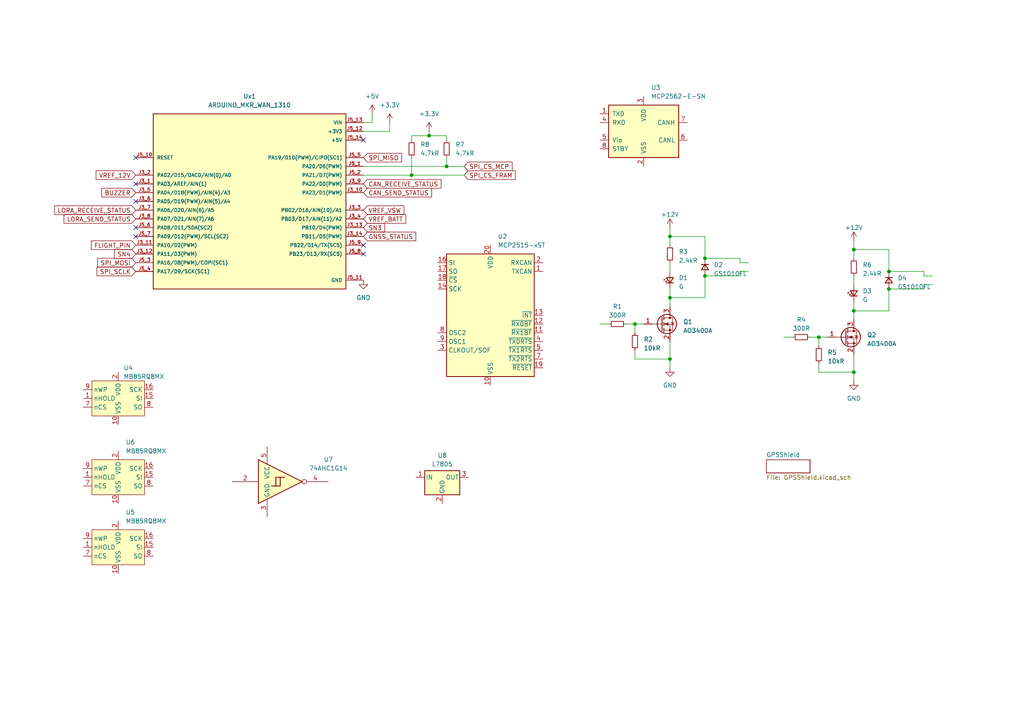
<source format=kicad_sch>
(kicad_sch (version 20250114) (generator "eeschema") (generator_version "9.0")
  (paper "A4")
  (lib_symbols
    (symbol "74xGxx:74AHC1G14"
      (property "Reference" "U" (at 0 3.81 0))
      (property "Value" "74AHC1G14" (at 0 -3.81 0))
      (symbol "74AHC1G14_0_1"
        (polyline (pts (xy -7.62 6.35) (xy -7.62 -6.35) (xy 5.08 0) (xy -7.62 6.35)) (stroke (width 0.254)) (fill (type background)))
      )
      (symbol "74AHC1G14_1_1"
        (polyline (pts (xy -3.81 -1.27) (xy -1.27 -1.27) (xy -1.27 1.27)) (stroke (width 0.254)))
        (polyline (pts (xy -2.54 -1.27) (xy -2.54 1.27) (xy 0 1.27)) (stroke (width 0.254)))
        (pin input line (at -15.24 0 0) (length 7.62) (name "~") (number "2"))
        (pin no_connect line (at -7.62 5.08 180) (length 5.08) (hide yes) (name "NC") (number "1"))
        (pin power_in line (at -5.08 10.16 270) (length 5.08) (name "VCC") (number "5"))
        (pin power_in line (at -5.08 -10.16 90) (length 5.08) (name "GND") (number "3"))
        (pin output inverted (at 12.7 0 180) (length 7.62) (name "~") (number "4"))
      )
    )
    (symbol "ARDUINO_MKR_WAN_1310:ARDUINO_MKR_WAN_1310" (pin_names (offset 1.016))
      (property "Reference" "U" (at -27.94 27.94 0))
      (property "Value" "ARDUINO_MKR_WAN_1310" (at -27.94 -27.94 0))
      (symbol "ARDUINO_MKR_WAN_1310_0_0"
        (rectangle (start -27.94 -25.4) (end 27.94 25.4) (stroke (width 0.254)) (fill (type background)))
        (pin input line (at -33.02 12.7 0) (length 5.08) (name "RESET") (number "J5_10"))
        (pin bidirectional line (at -33.02 7.62 0) (length 5.08) (name "PA02/D15/DAC0/AIN(0)/A0") (number "J3_2"))
        (pin bidirectional line (at -33.02 5.08 0) (length 5.08) (name "PA03/AREF/AIN(1)") (number "J3_1"))
        (pin bidirectional line (at -33.02 2.54 0) (length 5.08) (name "PA04/D18(PWM)/AIN(4)/A3") (number "J3_5"))
        (pin bidirectional line (at -33.02 0 0) (length 5.08) (name "PA05/D19(PWM)/AIN(5)/A4") (number "J3_6"))
        (pin bidirectional line (at -33.02 -2.54 0) (length 5.08) (name "PA06/D20/AIN(6)/A5") (number "J3_7"))
        (pin bidirectional line (at -33.02 -5.08 0) (length 5.08) (name "PA07/D21/AIN(7)/A6") (number "J3_8"))
        (pin bidirectional line (at -33.02 -7.62 0) (length 5.08) (name "PA08/D11/SDA(SC2)") (number "J5_6"))
        (pin bidirectional line (at -33.02 -10.16 0) (length 5.08) (name "PA09/D12(PWM)/SCL(SC2)") (number "J5_7"))
        (pin bidirectional line (at -33.02 -12.7 0) (length 5.08) (name "PA10/D2(PWM)") (number "J3_11"))
        (pin bidirectional line (at -33.02 -15.24 0) (length 5.08) (name "PA11/D3(PWM)") (number "J3_12"))
        (pin bidirectional line (at -33.02 -17.78 0) (length 5.08) (name "PA16/D8(PWM)/COPI(SC1)") (number "J5_3"))
        (pin bidirectional line (at -33.02 -20.32 0) (length 5.08) (name "PA17/D9/SCK(SC1)") (number "J5_4"))
        (pin power_in line (at 33.02 22.86 180) (length 5.08) (name "VIN") (number "J5_13"))
        (pin power_in line (at 33.02 20.32 180) (length 5.08) (name "+3V3") (number "J5_12"))
        (pin power_in line (at 33.02 17.78 180) (length 5.08) (name "+5V") (number "J5_14"))
        (pin bidirectional line (at 33.02 12.7 180) (length 5.08) (name "PA19/D10(PWM)/CIPO(SC1)") (number "J5_5"))
        (pin bidirectional line (at 33.02 10.16 180) (length 5.08) (name "PA20/D6(PWM)") (number "J5_1"))
        (pin bidirectional line (at 33.02 7.62 180) (length 5.08) (name "PA21/D7(PWM)") (number "J5_2"))
        (pin bidirectional line (at 33.02 5.08 180) (length 5.08) (name "PA22/D0(PWM)") (number "J3_9"))
        (pin bidirectional line (at 33.02 2.54 180) (length 5.08) (name "PA23/D1(PWM)") (number "J3_10"))
        (pin bidirectional line (at 33.02 -2.54 180) (length 5.08) (name "PB02/D16/AIN(10)/A1") (number "J3_3"))
        (pin bidirectional line (at 33.02 -5.08 180) (length 5.08) (name "PB03/D17/AIN(11)/A2") (number "J3_4"))
        (pin bidirectional line (at 33.02 -7.62 180) (length 5.08) (name "PB10/D4(PWM)") (number "J3_13"))
        (pin bidirectional line (at 33.02 -10.16 180) (length 5.08) (name "PB11/D5(PWM)") (number "J3_14"))
        (pin bidirectional line (at 33.02 -12.7 180) (length 5.08) (name "PB22/D14/TX(SC5)") (number "J5_9"))
        (pin bidirectional line (at 33.02 -15.24 180) (length 5.08) (name "PB23/D13/RX(SC5)") (number "J5_8"))
        (pin power_in line (at 33.02 -22.86 180) (length 5.08) (name "GND") (number "J5_11"))
      )
    )
    (symbol "Device:D_Small" (pin_numbers (hide yes)) (pin_names (offset 0.254) (hide yes))
      (property "Reference" "D" (at -1.27 2.032 0))
      (property "Value" "D_Small" (at -3.81 -2.032 0))
      (symbol "D_Small_0_1"
        (polyline (pts (xy -0.762 0) (xy 0.762 0)))
        (polyline (pts (xy -0.762 -1.016) (xy -0.762 1.016)) (stroke (width 0.254)))
        (polyline (pts (xy 0.762 -1.016) (xy -0.762 0) (xy 0.762 1.016) (xy 0.762 -1.016)) (stroke (width 0.254)))
      )
      (symbol "D_Small_1_1"
        (pin passive line (at -2.54 0 0) (length 1.778) (name "K") (number "1"))
        (pin passive line (at 2.54 0 180) (length 1.778) (name "A") (number "2"))
      )
    )
    (symbol "Device:LED_Small" (pin_numbers (hide yes)) (pin_names (offset 0.254) (hide yes))
      (property "Reference" "D" (at -1.27 3.175 0))
      (property "Value" "LED_Small" (at -4.445 -2.54 0))
      (symbol "LED_Small_0_1"
        (polyline (pts (xy -0.762 -1.016) (xy -0.762 1.016)) (stroke (width 0.254)))
        (polyline (pts (xy 0 0.762) (xy -0.508 1.27) (xy -0.254 1.27) (xy -0.508 1.27) (xy -0.508 1.016)))
        (polyline (pts (xy 0.508 1.27) (xy 0 1.778) (xy 0.254 1.778) (xy 0 1.778) (xy 0 1.524)))
        (polyline (pts (xy 0.762 -1.016) (xy -0.762 0) (xy 0.762 1.016) (xy 0.762 -1.016)) (stroke (width 0.254)))
        (polyline (pts (xy 1.016 0) (xy -0.762 0)))
      )
      (symbol "LED_Small_1_1"
        (pin passive line (at -2.54 0 0) (length 1.778) (name "K") (number "1"))
        (pin passive line (at 2.54 0 180) (length 1.778) (name "A") (number "2"))
      )
    )
    (symbol "Device:R_Small" (pin_numbers (hide yes)) (pin_names (offset 0.254) (hide yes))
      (property "Reference" "R" (at 0.762 0.508 0))
      (property "Value" "R_Small" (at 0.762 -1.016 0))
      (symbol "R_Small_0_1"
        (rectangle (start -0.762 1.778) (end 0.762 -1.778) (stroke (width 0.2032)))
      )
      (symbol "R_Small_1_1"
        (pin passive line (at 0 2.54 270) (length 0.762) (name "~") (number "1"))
        (pin passive line (at 0 -2.54 90) (length 0.762) (name "~") (number "2"))
      )
    )
    (symbol "GND_1" (power) (pin_numbers (hide yes)) (pin_names (offset 0) (hide yes))
      (property "Value" "GND" (at 0 -3.81 0))
      (symbol "GND_1_0_1"
        (polyline (pts (xy 0 0) (xy 0 -1.27) (xy 1.27 -1.27) (xy 0 -2.54) (xy -1.27 -1.27) (xy 0 -1.27)))
      )
      (symbol "GND_1_1_1"
        (pin power_in line (at 0 0 270) (length 0) (name "~") (number "1"))
      )
    )
    (symbol "GND_2" (power) (pin_numbers (hide yes)) (pin_names (offset 0) (hide yes))
      (property "Value" "GND" (at 0 -3.81 0))
      (symbol "GND_2_0_1"
        (polyline (pts (xy 0 0) (xy 0 -1.27) (xy 1.27 -1.27) (xy 0 -2.54) (xy -1.27 -1.27) (xy 0 -1.27)))
      )
      (symbol "GND_2_1_1"
        (pin power_in line (at 0 0 270) (length 0) (name "~") (number "1"))
      )
    )
    (symbol "Interface_CAN_LIN:MCP2515-xST"
      (property "Reference" "U" (at -10.16 19.685 0))
      (property "Value" "MCP2515-xST" (at 19.05 20.32 0))
      (symbol "MCP2515-xST_0_1"
        (rectangle (start -12.7 17.78) (end 12.7 -17.78) (stroke (width 0.254)) (fill (type background)))
      )
      (symbol "MCP2515-xST_1_1"
        (pin input line (at -15.24 15.24 0) (length 2.54) (name "SI") (number "16"))
        (pin output line (at -15.24 12.7 0) (length 2.54) (name "SO") (number "17"))
        (pin input line (at -15.24 10.16 0) (length 2.54) (name "~{CS}") (number "18"))
        (pin input line (at -15.24 7.62 0) (length 2.54) (name "SCK") (number "14"))
        (pin output line (at -15.24 -5.08 0) (length 2.54) (name "OSC2") (number "8"))
        (pin input line (at -15.24 -7.62 0) (length 2.54) (name "OSC1") (number "9"))
        (pin output line (at -15.24 -10.16 0) (length 2.54) (name "CLKOUT/SOF") (number "3"))
        (pin no_connect line (at -12.7 0 0) (length 2.54) (hide yes) (name "NC") (number "6"))
        (pin no_connect line (at -12.7 -2.54 0) (length 2.54) (hide yes) (name "NC") (number "15"))
        (pin power_in line (at 0 20.32 270) (length 2.54) (name "VDD") (number "20"))
        (pin power_in line (at 0 -20.32 90) (length 2.54) (name "VSS") (number "10"))
        (pin input line (at 15.24 15.24 180) (length 2.54) (name "RXCAN") (number "2"))
        (pin output line (at 15.24 12.7 180) (length 2.54) (name "TXCAN") (number "1"))
        (pin output line (at 15.24 0 180) (length 2.54) (name "~{INT}") (number "13"))
        (pin output line (at 15.24 -2.54 180) (length 2.54) (name "~{RX0BF}") (number "12"))
        (pin output line (at 15.24 -5.08 180) (length 2.54) (name "~{RX1BF}") (number "11"))
        (pin input line (at 15.24 -7.62 180) (length 2.54) (name "~{TX0RTS}") (number "4"))
        (pin input line (at 15.24 -10.16 180) (length 2.54) (name "~{TX1RTS}") (number "5"))
        (pin input line (at 15.24 -12.7 180) (length 2.54) (name "~{TX2RTS}") (number "7"))
        (pin input line (at 15.24 -15.24 180) (length 2.54) (name "~{RESET}") (number "19"))
      )
    )
    (symbol "Interface_CAN_LIN:MCP2562-E-SN" (pin_names (offset 1.016))
      (property "Reference" "U" (at -10.16 8.89 0))
      (property "Value" "MCP2562-E-SN" (at 2.54 8.89 0))
      (symbol "MCP2562-E-SN_0_1"
        (rectangle (start -10.16 7.62) (end 10.16 -7.62) (stroke (width 0.254)) (fill (type background)))
      )
      (symbol "MCP2562-E-SN_1_1"
        (pin input line (at -12.7 5.08 0) (length 2.54) (name "TXD") (number "1"))
        (pin output line (at -12.7 2.54 0) (length 2.54) (name "RXD") (number "4"))
        (pin power_in line (at -12.7 -2.54 0) (length 2.54) (name "Vio") (number "5"))
        (pin input line (at -12.7 -5.08 0) (length 2.54) (name "STBY") (number "8"))
        (pin power_in line (at 0 10.16 270) (length 2.54) (name "VDD") (number "3"))
        (pin power_in line (at 0 -10.16 90) (length 2.54) (name "VSS") (number "2"))
        (pin bidirectional line (at 12.7 2.54 180) (length 2.54) (name "CANH") (number "7"))
        (pin bidirectional line (at 12.7 -2.54 180) (length 2.54) (name "CANL") (number "6"))
      )
    )
    (symbol "Memory_NVRAM:MB85RQ8MX"
      (property "Reference" "U4" (at 9.144 3.81 0))
      (property "Value" "MB85RQ8MX" (at 9.144 1.27 0))
      (symbol "MB85RQ8MX_1_1"
        (rectangle (start 0 0) (end 15.24 -10.16) (fill (type background)))
        (pin input line (at -2.54 -2.54 0) (length 2.54) (name "nWP") (number "9"))
        (pin input line (at -2.54 -5.08 0) (length 2.54) (name "nHOLD") (number "1"))
        (pin input line (at -2.54 -7.62 0) (length 2.54) (name "nCS") (number "7"))
        (pin power_in line (at 7.62 2.54 270) (length 2.54) (name "VDD") (number "2"))
        (pin power_in line (at 7.62 -12.7 90) (length 2.54) (name "VSS") (number "10"))
        (pin input line (at 17.78 -2.54 180) (length 2.54) (name "SCK") (number "16"))
        (pin input line (at 17.78 -5.08 180) (length 2.54) (name "SI") (number "15"))
        (pin output line (at 17.78 -7.62 180) (length 2.54) (name "SO") (number "8"))
      )
    )
    (symbol "Regulator_Linear:L7805" (pin_names (offset 0.254))
      (property "Reference" "U" (at -3.81 3.175 0))
      (property "Value" "L7805" (at 0 3.175 0))
      (symbol "L7805_0_1"
        (rectangle (start -5.08 1.905) (end 5.08 -5.08) (stroke (width 0.254)) (fill (type background)))
      )
      (symbol "L7805_1_1"
        (pin power_in line (at -7.62 0 0) (length 2.54) (name "IN") (number "1"))
        (pin power_in line (at 0 -7.62 90) (length 2.54) (name "GND") (number "2"))
        (pin power_out line (at 7.62 0 180) (length 2.54) (name "OUT") (number "3"))
      )
    )
    (symbol "TSRP_IC:MB85RQ8MX"
      (property "Reference" "U4" (at 9.144 3.81 0))
      (property "Value" "MB85RQ8MX" (at 9.144 1.27 0))
      (symbol "MB85RQ8MX_1_1"
        (rectangle (start 0 0) (end 15.24 -10.16) (fill (type background)))
        (pin input line (at -2.54 -2.54 0) (length 2.54) (name "nWP") (number "9"))
        (pin input line (at -2.54 -5.08 0) (length 2.54) (name "nHOLD") (number "1"))
        (pin input line (at -2.54 -7.62 0) (length 2.54) (name "nCS") (number "7"))
        (pin power_in line (at 7.62 2.54 270) (length 2.54) (name "VDD") (number "2"))
        (pin power_in line (at 7.62 -12.7 90) (length 2.54) (name "VSS") (number "10"))
        (pin input line (at 17.78 -2.54 180) (length 2.54) (name "SCK") (number "16"))
        (pin input line (at 17.78 -5.08 180) (length 2.54) (name "SI") (number "15"))
        (pin output line (at 17.78 -7.62 180) (length 2.54) (name "SO") (number "8"))
      )
    )
    (symbol "Transistor_FET:AO3400A" (pin_names (hide yes))
      (property "Reference" "Q" (at 5.08 1.905 0))
      (property "Value" "AO3400A" (at 5.08 0 0))
      (symbol "AO3400A_0_1"
        (polyline (pts (xy 0.254 1.905) (xy 0.254 -1.905)) (stroke (width 0.254)))
        (polyline (pts (xy 0.254 0) (xy -2.54 0)))
        (polyline (pts (xy 0.762 2.286) (xy 0.762 1.27)) (stroke (width 0.254)))
        (polyline (pts (xy 0.762 0.508) (xy 0.762 -0.508)) (stroke (width 0.254)))
        (polyline (pts (xy 0.762 -1.27) (xy 0.762 -2.286)) (stroke (width 0.254)))
        (polyline (pts (xy 0.762 -1.778) (xy 3.302 -1.778) (xy 3.302 1.778) (xy 0.762 1.778)))
        (polyline (pts (xy 1.016 0) (xy 2.032 0.381) (xy 2.032 -0.381) (xy 1.016 0)) (fill (type outline)))
        (circle (center 1.651 0) (radius 2.794) (stroke (width 0.254)))
        (polyline (pts (xy 2.54 2.54) (xy 2.54 1.778)))
        (circle (center 2.54 1.778) (radius 0.254) (fill (type outline)))
        (circle (center 2.54 -1.778) (radius 0.254) (fill (type outline)))
        (polyline (pts (xy 2.54 -2.54) (xy 2.54 0) (xy 0.762 0)))
        (polyline (pts (xy 2.794 0.508) (xy 2.921 0.381) (xy 3.683 0.381) (xy 3.81 0.254)))
        (polyline (pts (xy 3.302 0.381) (xy 2.921 -0.254) (xy 3.683 -0.254) (xy 3.302 0.381)))
      )
      (symbol "AO3400A_1_1"
        (pin input line (at -5.08 0 0) (length 2.54) (name "G") (number "1"))
        (pin passive line (at 2.54 5.08 270) (length 2.54) (name "D") (number "3"))
        (pin passive line (at 2.54 -5.08 90) (length 2.54) (name "S") (number "2"))
      )
    )
    (symbol "power:+12V" (power) (pin_names (offset 0))
      (property "Value" "+12V" (at 0 3.556 0))
      (symbol "+12V_0_1"
        (polyline (pts (xy -0.762 1.27) (xy 0 2.54)))
        (polyline (pts (xy 0 2.54) (xy 0.762 1.27)))
        (polyline (pts (xy 0 0) (xy 0 2.54)))
      )
      (symbol "+12V_1_1"
        (pin power_in line (at 0 0 90) (length 0) (hide yes) (name "+12V") (number "1"))
      )
    )
    (symbol "power:+3.3V" (power) (pin_numbers (hide yes)) (pin_names (offset 0) (hide yes))
      (property "Value" "+3.3V" (at 0 3.556 0))
      (symbol "+3.3V_0_1"
        (polyline (pts (xy -0.762 1.27) (xy 0 2.54)))
        (polyline (pts (xy 0 2.54) (xy 0.762 1.27)))
        (polyline (pts (xy 0 0) (xy 0 2.54)))
      )
      (symbol "+3.3V_1_1"
        (pin power_in line (at 0 0 90) (length 0) (name "~") (number "1"))
      )
    )
    (symbol "power:+5V" (power) (pin_numbers (hide yes)) (pin_names (offset 0) (hide yes))
      (property "Value" "+5V" (at 0 3.556 0))
      (symbol "+5V_0_1"
        (polyline (pts (xy -0.762 1.27) (xy 0 2.54)))
        (polyline (pts (xy 0 2.54) (xy 0.762 1.27)))
        (polyline (pts (xy 0 0) (xy 0 2.54)))
      )
      (symbol "+5V_1_1"
        (pin power_in line (at 0 0 90) (length 0) (name "~") (number "1"))
      )
    )
    (symbol "power:GND" (power) (pin_names (offset 0))
      (property "Value" "GND" (at 0 -3.81 0))
      (symbol "GND_0_1"
        (polyline (pts (xy 0 0) (xy 0 -1.27) (xy 1.27 -1.27) (xy 0 -2.54) (xy -1.27 -1.27) (xy 0 -1.27)))
      )
      (symbol "GND_1_1"
        (pin power_in line (at 0 0 270) (length 0) (hide yes) (name "GND") (number "1"))
      )
    )
  )
  (junction (at 257.81 78.74))
  (junction (at 247.65 107.95))
  (junction (at 194.31 68.58))
  (junction (at 204.47 80.01))
  (junction (at 204.47 74.93))
  (junction (at 257.81 83.82))
  (junction (at 237.49 97.79))
  (junction (at 247.65 72.39))
  (junction (at 129.54 48.26))
  (junction (at 247.65 90.17))
  (junction (at 184.15 93.98))
  (junction (at 124.46 39.37))
  (junction (at 119.38 50.8))
  (junction (at 194.31 86.36))
  (junction (at 194.31 104.14))
  (no_connect (at 105.41 71.12))
  (no_connect (at 39.37 45.72))
  (no_connect (at 39.37 53.34))
  (no_connect (at 105.41 40.64))
  (no_connect (at 39.37 58.42))
  (no_connect (at 105.41 73.66))
  (no_connect (at 39.37 66.04))
  (no_connect (at 39.37 68.58))
  (wire (pts (xy 181.61 93.98) (xy 184.15 93.98)))
  (wire (pts (xy 247.65 72.39) (xy 247.65 74.93)))
  (wire (pts (xy 105.41 38.1) (xy 113.03 38.1)))
  (wire (pts (xy 194.31 68.58) (xy 204.47 68.58)))
  (wire (pts (xy 194.31 66.04) (xy 194.31 68.58)))
  (wire (pts (xy 214.63 76.2) (xy 217.17 76.2)))
  (wire (pts (xy 129.54 45.72) (xy 129.54 48.26)))
  (wire (pts (xy 124.46 39.37) (xy 129.54 39.37)))
  (wire (pts (xy 257.81 83.82) (xy 257.81 90.17)))
  (wire (pts (xy 214.63 74.93) (xy 214.63 76.2)))
  (wire (pts (xy 257.81 72.39) (xy 257.81 78.74)))
  (wire (pts (xy 119.38 50.8) (xy 134.62 50.8)))
  (wire (pts (xy 237.49 100.33) (xy 237.49 97.79)))
  (wire (pts (xy 194.31 99.06) (xy 194.31 104.14)))
  (wire (pts (xy 184.15 96.52) (xy 184.15 93.98)))
  (wire (pts (xy 247.65 69.85) (xy 247.65 72.39)))
  (wire (pts (xy 247.65 80.01) (xy 247.65 82.55)))
  (wire (pts (xy 234.95 97.79) (xy 237.49 97.79)))
  (wire (pts (xy 105.41 35.56) (xy 107.95 35.56)))
  (wire (pts (xy 194.31 106.68) (xy 194.31 104.14)))
  (wire (pts (xy 227.33 97.79) (xy 229.87 97.79)))
  (wire (pts (xy 237.49 97.79) (xy 240.03 97.79)))
  (wire (pts (xy 194.31 86.36) (xy 194.31 88.9)))
  (wire (pts (xy 124.46 38.1) (xy 124.46 39.37)))
  (wire (pts (xy 129.54 39.37) (xy 129.54 40.64)))
  (wire (pts (xy 107.95 33.02) (xy 107.95 35.56)))
  (wire (pts (xy 173.99 93.98) (xy 176.53 93.98)))
  (wire (pts (xy 247.65 72.39) (xy 257.81 72.39)))
  (wire (pts (xy 214.63 78.74) (xy 217.17 78.74)))
  (wire (pts (xy 119.38 40.64) (xy 119.38 39.37)))
  (wire (pts (xy 129.54 48.26) (xy 134.62 48.26)))
  (wire (pts (xy 194.31 76.2) (xy 194.31 78.74)))
  (wire (pts (xy 105.41 50.8) (xy 119.38 50.8)))
  (wire (pts (xy 119.38 39.37) (xy 124.46 39.37)))
  (wire (pts (xy 247.65 87.63) (xy 247.65 90.17)))
  (wire (pts (xy 204.47 68.58) (xy 204.47 74.93)))
  (wire (pts (xy 267.97 83.82) (xy 267.97 82.55)))
  (wire (pts (xy 214.63 80.01) (xy 204.47 80.01)))
  (wire (pts (xy 113.03 35.56) (xy 113.03 38.1)))
  (wire (pts (xy 257.81 78.74) (xy 267.97 78.74)))
  (wire (pts (xy 267.97 82.55) (xy 270.51 82.55)))
  (wire (pts (xy 267.97 78.74) (xy 267.97 80.01)))
  (wire (pts (xy 247.65 90.17) (xy 257.81 90.17)))
  (wire (pts (xy 184.15 93.98) (xy 186.69 93.98)))
  (wire (pts (xy 237.49 105.41) (xy 237.49 107.95)))
  (wire (pts (xy 194.31 83.82) (xy 194.31 86.36)))
  (wire (pts (xy 247.65 102.87) (xy 247.65 107.95)))
  (wire (pts (xy 184.15 104.14) (xy 194.31 104.14)))
  (wire (pts (xy 194.31 86.36) (xy 204.47 86.36)))
  (wire (pts (xy 247.65 90.17) (xy 247.65 92.71)))
  (wire (pts (xy 204.47 80.01) (xy 204.47 86.36)))
  (wire (pts (xy 247.65 110.49) (xy 247.65 107.95)))
  (wire (pts (xy 119.38 45.72) (xy 119.38 50.8)))
  (wire (pts (xy 237.49 107.95) (xy 247.65 107.95)))
  (wire (pts (xy 267.97 83.82) (xy 257.81 83.82)))
  (wire (pts (xy 184.15 101.6) (xy 184.15 104.14)))
  (wire (pts (xy 194.31 68.58) (xy 194.31 71.12)))
  (wire (pts (xy 204.47 74.93) (xy 214.63 74.93)))
  (wire (pts (xy 105.41 48.26) (xy 129.54 48.26)))
  (wire (pts (xy 267.97 80.01) (xy 270.51 80.01)))
  (wire (pts (xy 214.63 80.01) (xy 214.63 78.74)))
  (global_label "SPI_MISO" (shape input) (at 105.41 45.72 0) (property "Intersheetrefs" "${INTERSHEET_REFS}" (effects (hide yes))))
  (global_label "VREF_VSW" (shape input) (at 105.41 60.96 0) (property "Intersheetrefs" "${INTERSHEET_REFS}" (effects (hide yes))))
  (global_label "LORA_SEND_STATUS" (shape input) (at 39.37 63.5 180) (property "Intersheetrefs" "${INTERSHEET_REFS}" (effects (hide yes))))
  (global_label "FLIGHT_PIN" (shape input) (at 39.37 71.12 180) (property "Intersheetrefs" "${INTERSHEET_REFS}" (effects (hide yes))))
  (global_label "SPI_SCLK" (shape input) (at 39.37 78.74 180) (property "Intersheetrefs" "${INTERSHEET_REFS}" (effects (hide yes))))
  (global_label "SPI_CS_MCP" (shape input) (at 134.62 48.26 0) (property "Intersheetrefs" "${INTERSHEET_REFS}" (effects (hide yes))))
  (global_label "SPI_MOSI" (shape input) (at 39.37 76.2 180) (property "Intersheetrefs" "${INTERSHEET_REFS}" (effects (hide yes))))
  (global_label "SN4" (shape input) (at 39.37 73.66 180) (property "Intersheetrefs" "${INTERSHEET_REFS}" (effects (hide yes))))
  (global_label "CAN_RECEIVE_STATUS" (shape input) (at 105.41 53.34 0) (property "Intersheetrefs" "${INTERSHEET_REFS}" (effects (hide yes))))
  (global_label "CAN_SEND_STATUS" (shape input) (at 105.41 55.88 0) (property "Intersheetrefs" "${INTERSHEET_REFS}" (effects (hide yes))))
  (global_label "VREF_BATT" (shape input) (at 105.41 63.5 0) (property "Intersheetrefs" "${INTERSHEET_REFS}" (effects (hide yes))))
  (global_label "SPI_CS_FRAM" (shape input) (at 134.62 50.8 0) (property "Intersheetrefs" "${INTERSHEET_REFS}" (effects (hide yes))))
  (global_label "GNSS_STATUS" (shape input) (at 105.41 68.58 0) (property "Intersheetrefs" "${INTERSHEET_REFS}" (effects (hide yes))))
  (global_label "LORA_RECEIVE_STATUS" (shape input) (at 39.37 60.96 180) (property "Intersheetrefs" "${INTERSHEET_REFS}" (effects (hide yes))))
  (global_label "BUZZER" (shape input) (at 39.37 55.88 180) (property "Intersheetrefs" "${INTERSHEET_REFS}" (effects (hide yes))))
  (global_label "SN3" (shape input) (at 105.41 66.04 0) (property "Intersheetrefs" "${INTERSHEET_REFS}" (effects (hide yes))))
  (global_label "VREF_12V" (shape input) (at 39.37 50.8 180) (property "Intersheetrefs" "${INTERSHEET_REFS}" (effects (hide yes))))
  (symbol (lib_name "GND_2") (lib_id "power:GND") (at 105.41 81.28 0) (unit 1)
    (property "Reference" "#PWR07" (effects (hide yes)))
    (property "Value" "GND" (at 105.41 86.36 0))
    (property "Description" "Power symbol creates a global label with name \"GND\" , ground" (effects (hide yes)))
  )
  (symbol (lib_id "Device:LED_Small") (at 247.65 85.09 90) (unit 1)
    (property "Reference" "D3" (at 250.19 84.3915 90) (effects (justify right)))
    (property "Value" "G" (at 250.19 86.9315 90) (effects (justify right)))
    (property "Footprint" "LED_SMD:LED_0603_1608Metric_Pad1.05x0.95mm_HandSolder" (effects (hide yes)))
    (property "Datasheet" "https://akizukidenshi.com/catalog/g/gI-06417/" (effects (hide yes)))
  )
  (symbol (lib_id "Interface_CAN_LIN:MCP2562-E-SN") (at 186.69 38.1 0) (unit 1)
    (property "Reference" "U3" (at 188.8333 25.4 0) (effects (justify left)))
    (property "Value" "MCP2562-E-SN" (at 188.8333 27.94 0) (effects (justify left)))
    (property "Footprint" "Package_SO:SOIC-8_3.9x4.9mm_P1.27mm" (effects (hide yes)))
    (property "Datasheet" "http://ww1.microchip.com/downloads/en/DeviceDoc/25167A.pdf" (effects (hide yes)))
    (property "Description" "High-Speed CAN Transceiver, 1Mbps, 5V supply, Vio pin, -40C to +125C, SOIC-8" (effects (hide yes)))
  )
  (symbol (lib_id "Interface_CAN_LIN:MCP2515-xST") (at 142.24 91.44 0) (unit 1)
    (property "Reference" "U2" (at 144.3833 68.58 0) (effects (justify left)))
    (property "Value" "MCP2515-xST" (at 144.3833 71.12 0) (effects (justify left)))
    (property "Footprint" "Package_SO:TSSOP-20_4.4x6.5mm_P0.65mm" (effects (hide yes)))
    (property "Datasheet" "http://ww1.microchip.com/downloads/en/DeviceDoc/21801e.pdf" (effects (hide yes)))
    (property "Description" "Stand-Alone CAN Controller with SPI Interface, TSSOP-20" (effects (hide yes)))
  )
  (symbol (lib_id "Device:R_Small") (at 129.54 43.18 0) (unit 1)
    (property "Reference" "R7" (at 132.08 41.9099 0) (effects (justify left)))
    (property "Value" "4.7kR" (at 132.08 44.4499 0) (effects (justify left)))
    (property "Description" "Resistor, small symbol" (effects (hide yes)))
  )
  (symbol (lib_id "Device:R_Small") (at 184.15 99.06 180) (unit 1)
    (property "Reference" "R2" (at 186.69 98.425 0) (effects (justify right)))
    (property "Value" "10kR" (at 186.69 100.965 0) (effects (justify right)))
    (property "Footprint" "Resistor_SMD:R_0603_1608Metric_Pad0.98x0.95mm_HandSolder" (effects (hide yes)))
    (property "Datasheet" "https://www.chip1stop.com/view/dispDetail/DispDetail?partId=ROHM-0021098" (effects (hide yes)))
  )
  (symbol (lib_id "Transistor_FET:AO3400A") (at 245.11 97.79 0) (unit 1)
    (property "Reference" "Q2" (at 251.46 97.155 0) (effects (justify left)))
    (property "Value" "AO3400A" (at 251.46 99.695 0) (effects (justify left)))
    (property "Footprint" "Package_TO_SOT_SMD:SOT-23" (effects (hide yes)))
    (property "Datasheet" "https://akizukidenshi.com/catalog/g/gI-14653/" (effects (hide yes)))
  )
  (symbol (lib_id "Device:R_Small") (at 194.31 73.66 0) (unit 1)
    (property "Reference" "R3" (at 196.85 73.025 0) (effects (justify left)))
    (property "Value" "2.4kR" (at 196.85 75.565 0) (effects (justify left)))
    (property "Footprint" "Resistor_SMD:R_0603_1608Metric_Pad0.98x0.95mm_HandSolder" (effects (hide yes)))
    (property "Datasheet" "https://akizukidenshi.com/catalog/g/gI-03978/" (effects (hide yes)))
  )
  (symbol (lib_id "Memory_NVRAM:MB85RQ8MX") (at 26.67 110.49 0) (unit 1)
    (property "Reference" "U4" (at 35.814 106.68 0) (effects (justify left)))
    (property "Value" "MB85RQ8MX" (at 35.814 109.22 0) (effects (justify left)))
    (property "Footprint" "Package_SO:SOIC-16W_7.5x10.3mm_P1.27mm" (effects (hide yes)))
  )
  (symbol (lib_id "power:GND") (at 194.31 106.68 0) (mirror y) (unit 1)
    (property "Reference" "#PWR02" (effects (hide yes)))
    (property "Value" "GND" (at 194.31 111.76 0))
  )
  (symbol (lib_id "74xGxx:74AHC1G14") (at 82.55 139.7 0) (unit 1)
    (property "Reference" "U7" (at 95.25 133.2798 0))
    (property "Value" "74AHC1G14" (at 95.25 135.8198 0))
    (property "Datasheet" "https://www.ti.com/lit/ds/symlink/sn74lvc1g14.pdf" (effects (hide yes)))
    (property "Description" "Single Schmitt NOT Gate, Low-Voltage CMOS" (effects (hide yes)))
  )
  (symbol (lib_id "power:+12V") (at 194.31 66.04 0) (unit 1)
    (property "Reference" "#PWR01" (effects (hide yes)))
    (property "Value" "+12V" (at 194.31 62.23 0))
  )
  (symbol (lib_id "power:+3.3V") (at 113.03 35.56 0) (unit 1)
    (property "Reference" "#PWR06" (effects (hide yes)))
    (property "Value" "+3.3V" (at 113.03 30.48 0))
    (property "Description" "Power symbol creates a global label with name \"+3.3V\"" (effects (hide yes)))
  )
  (symbol (lib_id "Device:R_Small") (at 119.38 43.18 0) (unit 1)
    (property "Reference" "R8" (at 121.92 41.9099 0) (effects (justify left)))
    (property "Value" "4.7kR" (at 121.92 44.4499 0) (effects (justify left)))
    (property "Description" "Resistor, small symbol" (effects (hide yes)))
  )
  (symbol (lib_id "TSRP_IC:MB85RQ8MX") (at 26.67 153.67 0) (unit 1)
    (property "Reference" "U5" (at 36.4333 148.59 0) (effects (justify left)))
    (property "Value" "MB85RQ8MX" (at 36.4333 151.13 0) (effects (justify left)))
    (property "Footprint" "Package_SO:SOIC-16W_7.5x10.3mm_P1.27mm" (effects (hide yes)))
  )
  (symbol (lib_id "power:+3.3V") (at 124.46 38.1 0) (unit 1)
    (property "Reference" "#PWR08" (effects (hide yes)))
    (property "Value" "+3.3V" (at 124.46 33.02 0))
    (property "Description" "Power symbol creates a global label with name \"+3.3V\"" (effects (hide yes)))
  )
  (symbol (lib_id "Device:R_Small") (at 237.49 102.87 180) (unit 1)
    (property "Reference" "R5" (at 240.03 102.235 0) (effects (justify right)))
    (property "Value" "10kR" (at 240.03 104.775 0) (effects (justify right)))
    (property "Footprint" "Resistor_SMD:R_0603_1608Metric_Pad0.98x0.95mm_HandSolder" (effects (hide yes)))
    (property "Datasheet" "https://www.chip1stop.com/view/dispDetail/DispDetail?partId=ROHM-0021098" (effects (hide yes)))
  )
  (symbol (lib_name "GND_1") (lib_id "power:GND") (at 247.65 110.49 0) (unit 1)
    (property "Reference" "#PWR04" (effects (hide yes)))
    (property "Value" "GND" (at 247.65 115.57 0))
    (property "Description" "Power symbol creates a global label with name \"GND\" , ground" (effects (hide yes)))
  )
  (symbol (lib_id "Device:R_Small") (at 179.07 93.98 90) (unit 1)
    (property "Reference" "R1" (at 179.07 88.9 90))
    (property "Value" "300R" (at 179.07 91.44 90))
    (property "Footprint" "Resistor_SMD:R_0603_1608Metric_Pad0.98x0.95mm_HandSolder" (effects (hide yes)))
    (property "Datasheet" "https://www.chip1stop.com/view/dispDetail/DispDetail?partId=ROHM-0040146" (effects (hide yes)))
  )
  (symbol (lib_id "power:+5V") (at 107.95 33.02 0) (unit 1)
    (property "Reference" "#PWR05" (effects (hide yes)))
    (property "Value" "+5V" (at 107.95 27.94 0))
    (property "Description" "Power symbol creates a global label with name \"+5V\"" (effects (hide yes)))
  )
  (symbol (lib_id "Transistor_FET:AO3400A") (at 191.77 93.98 0) (unit 1)
    (property "Reference" "Q1" (at 198.12 93.345 0) (effects (justify left)))
    (property "Value" "AO3400A" (at 198.12 95.885 0) (effects (justify left)))
    (property "Footprint" "Package_TO_SOT_SMD:SOT-23" (effects (hide yes)))
    (property "Datasheet" "https://akizukidenshi.com/catalog/g/gI-14653/" (effects (hide yes)))
  )
  (symbol (lib_id "Device:R_Small") (at 247.65 77.47 0) (unit 1)
    (property "Reference" "R6" (at 250.19 76.835 0) (effects (justify left)))
    (property "Value" "2.4kR" (at 250.19 79.375 0) (effects (justify left)))
    (property "Footprint" "Resistor_SMD:R_0603_1608Metric_Pad0.98x0.95mm_HandSolder" (effects (hide yes)))
    (property "Datasheet" "https://akizukidenshi.com/catalog/g/gI-03978/" (effects (hide yes)))
  )
  (symbol (lib_id "Regulator_Linear:L7805") (at 128.27 138.43 0) (unit 1)
    (property "Reference" "U8" (at 128.27 132.08 0))
    (property "Value" "L7805" (at 128.27 134.62 0))
    (property "Datasheet" "http://www.st.com/content/ccc/resource/technical/document/datasheet/41/4f/b3/b0/12/d4/47/88/CD00000444.pdf/files/CD00000444.pdf/jcr:content/translations/en.CD00000444.pdf" (effects (hide yes)))
    (property "Description" "Positive 1.5A 35V Linear Regulator, Fixed Output 5V, TO-220/TO-263/TO-252" (effects (hide yes)))
  )
  (symbol (lib_id "power:+12V") (at 247.65 69.85 0) (unit 1)
    (property "Reference" "#PWR03" (effects (hide yes)))
    (property "Value" "+12V" (at 247.65 66.04 0))
  )
  (symbol (lib_id "TSRP_IC:MB85RQ8MX") (at 26.67 133.35 0) (unit 1)
    (property "Reference" "U6" (at 36.4333 128.27 0) (effects (justify left)))
    (property "Value" "MB85RQ8MX" (at 36.4333 130.81 0) (effects (justify left)))
    (property "Footprint" "Package_SO:SOIC-16W_7.5x10.3mm_P1.27mm" (effects (hide yes)))
  )
  (symbol (lib_id "Device:D_Small") (at 204.47 77.47 270) (unit 1)
    (property "Reference" "D2" (at 207.01 76.835 90) (effects (justify left)))
    (property "Value" "GS1010FL" (at 207.01 79.375 90) (effects (justify left)))
    (property "Footprint" "Diode_SMD:D_SOD-123F" (effects (hide yes)))
    (property "Datasheet" "https://akizukidenshi.com/catalog/g/gI-06014/" (effects (hide yes)))
    (property "Sim.Device" "D" (effects (hide yes)))
    (property "Sim.Pins" "1=K 2=A" (effects (hide yes)))
  )
  (symbol (lib_id "ARDUINO_MKR_WAN_1310:ARDUINO_MKR_WAN_1310") (at 72.39 58.42 0) (unit 1)
    (property "Reference" "Ux1" (at 72.39 27.94 0))
    (property "Value" "ARDUINO_MKR_WAN_1310" (at 72.39 30.48 0))
    (property "Footprint" "ARDUINO_MKR_WAN_1310:BOARD_ARDUINO_MKR_WAN_1310" (effects (hide yes)))
    (property "MF" "Arduino" (effects (hide yes)))
    (property "MAXIMUM_PACKAGE_HEIGHT" "1.90mm" (effects (hide yes)))
    (property "Package" "None" (effects (hide yes)))
    (property "Price" "None" (effects (hide yes)))
    (property "Check_prices" "https://www.snapeda.com/parts/ARDUINOMKRWAN1310/Arduino/view-part/?ref=eda" (effects (hide yes)))
    (property "STANDARD" "Manufacturer Recommendations" (effects (hide yes)))
    (property "PARTREV" "06/27/2019" (effects (hide yes)))
    (property "SnapEDA_Link" "https://www.snapeda.com/parts/ARDUINOMKRWAN1310/Arduino/view-part/?ref=snap" (effects (hide yes)))
    (property "MP" "ARDUINOMKRWAN1310" (effects (hide yes)))
    (property "Description_1" "Arduino Pro; LoRa; SAM D21; 5VDC; Flash: 256kB; SRAM: 32kB" (effects (hide yes)))
    (property "SNAPEDA_PN" "ARDUINO MKR WAN 1310" (effects (hide yes)))
    (property "Availability" "Not in stock" (effects (hide yes)))
    (property "MANUFACTURER" "Arduino" (effects (hide yes)))
  )
  (symbol (lib_id "Device:LED_Small") (at 194.31 81.28 90) (unit 1)
    (property "Reference" "D1" (at 196.85 80.5815 90) (effects (justify right)))
    (property "Value" "G" (at 196.85 83.1215 90) (effects (justify right)))
    (property "Footprint" "LED_SMD:LED_0603_1608Metric_Pad1.05x0.95mm_HandSolder" (effects (hide yes)))
    (property "Datasheet" "https://akizukidenshi.com/catalog/g/gI-06417/" (effects (hide yes)))
  )
  (symbol (lib_id "Device:D_Small") (at 257.81 81.28 270) (unit 1)
    (property "Reference" "D4" (at 260.35 80.645 90) (effects (justify left)))
    (property "Value" "GS1010FL" (at 260.35 83.185 90) (effects (justify left)))
    (property "Footprint" "Diode_SMD:D_SOD-123F" (effects (hide yes)))
    (property "Datasheet" "https://akizukidenshi.com/catalog/g/gI-06014/" (effects (hide yes)))
    (property "Sim.Device" "D" (effects (hide yes)))
    (property "Sim.Pins" "1=K 2=A" (effects (hide yes)))
  )
  (symbol (lib_id "Device:R_Small") (at 232.41 97.79 90) (unit 1)
    (property "Reference" "R4" (at 232.41 92.71 90))
    (property "Value" "300R" (at 232.41 95.25 90))
    (property "Footprint" "Resistor_SMD:R_0603_1608Metric_Pad0.98x0.95mm_HandSolder" (effects (hide yes)))
    (property "Datasheet" "https://www.chip1stop.com/view/dispDetail/DispDetail?partId=ROHM-0040146" (effects (hide yes)))
  )
  (sheet (at 222.25 133.35) (size 12.7 3.81) (stroke (width 0.1524))
    (property "Sheetname" "GPSShield" (at 222.25 132.6384 0) (effects (justify left bottom)))
    (property "Sheetfile" "GPSShield.kicad_sch" (at 222.25 137.7446 0) (effects (justify left top)))
  )
)
</source>
